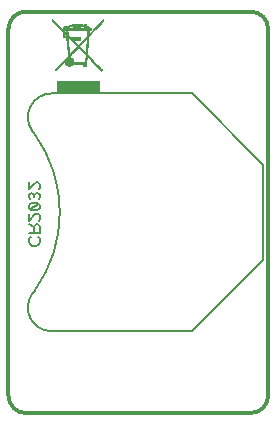
<source format=gbr>
G04 GENERATED BY PULSONIX 10.5 GERBER.DLL 7875A*
G04 #@! TF.GenerationSoftware,Pulsonix,Pulsonix,10.5.7875a*
G04 #@! TF.CreationDate,2019-10-01T10:17:35--1:00*
G04 #@! TF.Part,Single*
%FSLAX35Y35*%
%LPD*%
%MOMM*%
G04 #@! TF.FileFunction,Legend,Bot*
G04 #@! TF.FilePolarity,Positive*
%ADD99C,0.00001*%
G04 #@! TA.AperFunction,NonMaterial*
%ADD103C,0.20000*%
G04 #@! TA.AperFunction,Profile*
%ADD175C,0.30000*%
G04 #@! TD.AperFunction*
%ADD176C,0.20000*%
X0Y0D02*
D02*
D99*
X660801Y3575474D02*
Y3560825D01*
X673984Y3547275*
X686436Y3534092*
X698887Y3521641*
X710605Y3509556*
X721958Y3497837*
X732578Y3486851*
X743198Y3476230*
X753452Y3465977*
Y3464878*
Y3425693*
Y3424595*
X754551*
X780186*
X782017Y3407017*
X783848Y3389072*
X785679Y3370029*
X787510Y3350254*
X789341Y3329746*
X791172Y3308506*
X793003Y3286533*
X794834Y3263462*
X784946Y3253208*
X773960Y3241855*
X761875Y3229038*
X748691Y3215122*
X734409Y3200107*
X719028Y3183628*
X702183Y3166050*
X684604Y3147373*
X687900Y3144443*
X690464Y3142246*
X691929Y3141147*
X692661Y3140781*
X769199Y3219517*
Y3214023*
X769565Y3208530*
X770664Y3203403*
X772861Y3198643*
X775425Y3194248*
X779087Y3190586*
X783481Y3186924*
X788975Y3183994*
X794834Y3181064*
X801792*
X808384*
X811680Y3181431*
X815342Y3182163*
X818638Y3183628*
X821934Y3185459*
X825229Y3187656*
X828892Y3190586*
X832187Y3194248*
X835483Y3197910*
X922275*
Y3182163*
X922642Y3181431*
X923374Y3181064*
X942417*
X944248Y3181431*
X944614Y3182163*
Y3197910*
X946812Y3199375*
X948276Y3201572*
X949009Y3205601*
X949375Y3210361*
Y3211094*
Y3211826*
Y3212925*
Y3214756*
X949741Y3216587*
Y3218784*
X950107Y3221714*
X950474Y3224644*
Y3228306*
X950840Y3232334*
X951206Y3236362*
X951938Y3241123*
X952305Y3246250*
X952671Y3251377*
X953037Y3257236*
X953770Y3263462*
X1076450Y3138218*
X1076816Y3138950*
X1078281Y3140415*
X1080845Y3142979*
X1084507Y3146274*
X1079380Y3151401*
X1073887Y3157261*
X1068027Y3163120*
X1061802Y3169346*
X1055210Y3176304*
X1048252Y3183262*
X1040928Y3190952*
X1033237Y3198643*
X1025181Y3206699*
X1016758Y3215488*
X1007969Y3224277*
X998813Y3233799*
X988926Y3243320*
X979038Y3253574*
X968784Y3263828*
X958164Y3274814*
X956699Y3276279*
X955601Y3277378*
X955234Y3278477*
X954868Y3279209*
X956333Y3297520*
X957798Y3314731*
X959263Y3330845*
X960361Y3345493*
X961460Y3359409*
X962559Y3371860*
X963657Y3383213*
X964390Y3393101*
X965122Y3401890*
X965854Y3409946*
X966587Y3416172*
X966953Y3421665*
X967686Y3425693*
X968052Y3428623*
Y3430454*
X968418Y3431187*
X969150Y3431919*
X970615Y3433384*
X973179Y3435947*
X976841Y3439609*
X981235Y3444004*
X986362Y3449497*
X992588Y3455723*
X999912Y3463413*
X1007969Y3471470*
X1016758Y3480991*
X1026646Y3491245*
X1037632Y3502598*
X1049351Y3514683*
X1061802Y3527866*
X1075352Y3542148*
X1090000Y3557163*
Y3572910*
X1088901*
X969517Y3448032*
Y3450229*
X969883Y3453159*
Y3456455*
X970249Y3460850*
X970981Y3466343*
X971348Y3472202*
X972080Y3478794*
X972812Y3486484*
X987461*
X989292Y3486851*
X989658Y3488682*
Y3496372*
X989292Y3497471*
X987461*
X976108*
X969517Y3508823*
X964756Y3513218*
X960361Y3516880*
X955234Y3519810*
X950474Y3522373*
Y3529331*
X950107Y3530063*
X949375Y3530430*
X931064*
X930332Y3529697*
X929966Y3527866*
X919712Y3530063*
X910557Y3531528*
X902500Y3532261*
X896274Y3532627*
Y3534092*
X895908Y3535190*
X895542Y3535557*
X895176Y3535923*
X839878*
X839146Y3535557*
X838413Y3534824*
X838047Y3533359*
X837681Y3531528*
X829624Y3531162*
X821567Y3530063*
X813877Y3528232*
X806553Y3526035*
X799595Y3523105*
X792637Y3519443*
X786411Y3515049*
X780186Y3509922*
X778354Y3512852*
X775791Y3515049*
X772861Y3516514*
X769199Y3516880*
X766636*
X763706Y3516514*
X761143Y3515781*
X758945Y3514316*
X756748Y3512485*
X754917Y3510288*
X753452Y3507358*
X751987Y3503696*
X750889Y3500034*
X751255Y3496372*
X752354Y3493442*
X753818Y3490879*
X755649Y3488682*
X758579Y3486851*
X761875Y3485386*
X765537Y3484653*
X770298Y3484287*
X772861Y3483921*
X775791Y3484287*
Y3483921*
Y3482822*
X776157Y3481357*
Y3479160*
Y3476597*
X776523Y3473301*
Y3469272*
X776890Y3464878*
X770298*
X660801Y3575474*
X887119Y3527866D02*
Y3520176D01*
X846836*
Y3525669*
X847202Y3527500*
X849033Y3527866*
X887119*
X929966Y3515781D02*
Y3497471D01*
X786045*
X790439Y3502598*
X795200Y3506992*
X800693Y3510654*
X806553Y3513584*
X812778Y3516147*
X819370Y3517612*
X826694Y3518711*
X834385Y3519077*
X835483*
X837681Y3520176*
X838047Y3516147*
X838413Y3513218*
X839146Y3511753*
X839878Y3511021*
X895176*
X895908Y3511387*
X896274Y3512119*
Y3521274*
X897373*
X905063Y3520542*
X911655Y3519810*
X917148Y3518711*
X921909Y3517979*
X925571Y3517612*
X928135Y3516880*
X929600Y3516147*
X929966Y3515781*
X962925Y3497471D02*
X950474D01*
Y3508823*
X951572*
X955967Y3506626*
X959263Y3503696*
X961460Y3500767*
X962925Y3497471*
X960361Y3486484D02*
Y3479893D01*
X959995Y3473667*
X959629Y3467808*
X959263Y3462681*
X958896Y3457920*
X958530Y3453525*
X958164Y3449497*
X957798Y3445835*
X957432Y3442539*
X957065Y3439976*
X956699Y3437412*
X956333Y3435581*
X955967Y3434116*
X955601Y3433018*
X955234Y3432651*
X954868Y3432285*
X879429Y3353550*
X876133Y3356846*
X872471Y3360508*
X868076Y3365269*
X862949Y3370762*
X857090Y3376621*
X850498Y3383579*
X843174Y3391270*
X835483Y3399692*
X896274*
X897007Y3400059*
X897373Y3401890*
Y3420933*
X897007Y3422764*
X896274Y3423130*
X824131*
X823398Y3422764*
X823032Y3420933*
Y3412144*
X816074Y3418735*
X810215Y3424595*
X805088Y3429355*
X801060Y3433750*
X798130Y3437046*
X795566Y3439609*
X794468Y3441440*
X793735Y3442539*
Y3463779*
Y3464512*
X792637Y3464878*
X791172Y3465610*
X789341Y3465977*
X786045Y3486484*
X788242*
X960361*
X780186Y3436680D02*
Y3433384D01*
X761143*
Y3457187*
X762241*
X766636Y3453159*
X770298Y3449863*
X773228Y3446934*
X775791Y3444004*
X777622Y3441807*
X779087Y3439609*
X780186Y3438145*
Y3436680*
X793735Y3425693D02*
X794102Y3425327D01*
X794834Y3424229*
X796299Y3423130*
X797764Y3421665*
X799961Y3419468*
X802158Y3416904*
X805088Y3413975*
X808384Y3410679*
X812046Y3406650*
X816440Y3402622*
X820835Y3397861*
X825962Y3392734*
X831455Y3387241*
X837314Y3381382*
X843540Y3374790*
X850132Y3368198*
X872837Y3345493*
X805088Y3275913*
X803623Y3293125*
X802158Y3309604*
X800693Y3324985*
X799595Y3339268*
X798496Y3352085*
X797397Y3364170*
X796299Y3375156*
X795566Y3385044*
X794834Y3393833*
X794102Y3401523*
X793369Y3408115*
X793003Y3413608*
X792271Y3417637*
X791904Y3420933*
Y3423130*
X791538Y3424595*
X793735Y3425693*
X954868Y3415439D02*
X953770Y3400791D01*
X952305Y3387241*
X951572Y3374058*
X950474Y3362339*
X949375Y3351353*
X948643Y3341099*
X947910Y3331577*
X947178Y3323521*
X946812Y3315830*
X946079Y3309238*
X945713Y3303379*
X945347Y3298618*
X944980Y3294590*
Y3291660*
X944614Y3289463*
Y3287998*
X931064Y3301914*
X917148Y3316196*
X902866Y3330479*
X888584Y3345493*
X896641Y3353916*
X903965Y3361973*
X910923Y3369297*
X917515Y3376255*
X923374Y3382480*
X928867Y3387974*
X933994Y3393467*
X938389Y3397861*
X942051Y3401890*
X945347Y3405552*
X948276Y3408481*
X950840Y3411045*
X952671Y3412876*
X953770Y3414341*
X954502Y3415073*
X954868Y3415439*
X943516Y3274814D02*
X938022Y3209263D01*
X838779*
Y3209995*
X839146Y3211460*
X839512Y3213657*
X839878Y3216221*
X839512Y3222446*
X838047Y3228306*
X835850Y3233799*
X832554Y3238193*
X828159Y3242222*
X823032Y3245884*
X816807Y3248813*
X809482Y3251011*
X808750Y3251377*
X808018Y3252476*
X807651Y3254307*
X807285Y3256504*
Y3257603*
X807651Y3259067*
X808384Y3260532*
X809849Y3262729*
X811680Y3264927*
X813877Y3267856*
X816807Y3270786*
X820103Y3274082*
X824131Y3278110*
X831089Y3285068*
X837314Y3291660*
X843174Y3297886*
X848301Y3303745*
X853428Y3308872*
X858188Y3313633*
X862217Y3318027*
X865879Y3322056*
X869175Y3325352*
X872104Y3328281*
X874668Y3330845*
X876499Y3333042*
X878330Y3334507*
X879429Y3335605*
X880161Y3336338*
X880527Y3336704*
X943516Y3274814*
X823032Y3215122D02*
X822666Y3211460D01*
X821934Y3208164*
X820103Y3205601*
X817905Y3203037*
X815342Y3201206*
X811680Y3199375*
X807651Y3197910*
X802891Y3196812*
X798862Y3197910*
X795566Y3199375*
X792637Y3200840*
X790073Y3202671*
X788242Y3205234*
X787144Y3207798*
X786045Y3210728*
Y3214023*
Y3218418*
Y3221714*
X787144Y3224644*
X788608Y3227207*
X790439Y3229404*
X793003Y3231235*
X795933Y3233066*
X799595Y3234165*
X803989Y3235264*
X808018Y3234897*
X811680Y3233799*
X814609Y3232334*
X817173Y3230137*
X819370Y3227207*
X821201Y3223911*
X822300Y3219883*
X823032Y3215122*
X684604Y3147373D02*
G36*
X687900Y3144443D01*
X690464Y3142246*
X691929Y3141147*
X692661Y3140781*
X765817Y3216038*
X749559*
X748691Y3215122*
X734409Y3200107*
X719028Y3183628*
X702183Y3166050*
X684604Y3147373*
G37*
X769199Y3216038D02*
G36*
Y3214023D01*
X769565Y3208530*
X770664Y3203403*
X772861Y3198643*
X775425Y3194248*
X779087Y3190586*
X783481Y3186924*
X788975Y3183994*
X794834Y3181064*
X801792*
X808384*
X811680Y3181431*
X815342Y3182163*
X818638Y3183628*
X821934Y3185459*
X825229Y3187656*
X828892Y3190586*
X832187Y3194248*
X835483Y3197910*
X922275*
Y3182163*
X922642Y3181431*
X923374Y3181064*
X942417*
X944248Y3181431*
X944614Y3182163*
Y3197910*
X946812Y3199375*
X948276Y3201572*
X949009Y3205601*
X949375Y3210361*
Y3211094*
Y3211826*
Y3212925*
Y3214756*
X949631Y3216038*
X938590*
X938022Y3209263*
X838779*
Y3209995*
X839146Y3211460*
X839512Y3213657*
X839852Y3216038*
X822891*
X823032Y3215122*
X822666Y3211460*
X821934Y3208164*
X820103Y3205601*
X817905Y3203037*
X815342Y3201206*
X811680Y3199375*
X807651Y3197910*
X802891Y3196812*
X798862Y3197910*
X795566Y3199375*
X792637Y3200840*
X790073Y3202671*
X788242Y3205234*
X787144Y3207798*
X786045Y3210728*
Y3214023*
Y3216038*
X769199*
G37*
X1016208D02*
G36*
X1000223D01*
X1076450Y3138218*
X1076816Y3138950*
X1078281Y3140415*
X1080845Y3142979*
X1084507Y3146274*
X1079380Y3151401*
X1073887Y3157261*
X1068027Y3163120*
X1061802Y3169346*
X1055210Y3176304*
X1048252Y3183262*
X1040928Y3190952*
X1033237Y3198643*
X1025181Y3206699*
X1016758Y3215488*
X1016208Y3216038*
G37*
X761875Y3229038D02*
G36*
X749559Y3216038D01*
X765817*
X769199Y3219517*
Y3216038*
X786045*
Y3218418*
Y3221714*
X787144Y3224644*
X788608Y3227207*
X790439Y3229404*
X793003Y3231235*
X795933Y3233066*
X799595Y3234165*
X803989Y3235264*
X808018Y3234897*
X811680Y3233799*
X814609Y3232334*
X817173Y3230137*
X819370Y3227207*
X821201Y3223911*
X822300Y3219883*
X822891Y3216038*
X839852*
X839878Y3216221*
X839512Y3222446*
X838047Y3228306*
X835850Y3233799*
X832554Y3238193*
X828159Y3242222*
X823032Y3245884*
X816807Y3248813*
X809482Y3251011*
X808750Y3251377*
X808018Y3252476*
X807651Y3254307*
X807285Y3256504*
Y3257603*
X807651Y3259067*
X808384Y3260532*
X809849Y3262729*
X811680Y3264927*
X813877Y3267856*
X816807Y3270786*
X819004Y3272983*
X794078*
X794834Y3263462*
X784946Y3253208*
X773960Y3241855*
X761875Y3229038*
G37*
X943363Y3272983D02*
G36*
X938590Y3216038D01*
X949631*
X949741Y3216587*
Y3218784*
X950107Y3221714*
X950474Y3224644*
Y3228306*
X950840Y3232334*
X951206Y3236362*
X951938Y3241123*
X952305Y3246250*
X952671Y3251377*
X953037Y3257236*
X953770Y3263462*
X1000223Y3216038*
X1016208*
X1007969Y3224277*
X998813Y3233799*
X988926Y3243320*
X979038Y3253574*
X968784Y3263828*
X959934Y3272983*
X943363*
G37*
X787374Y3351718D02*
G36*
X787510Y3350254D01*
X789341Y3329746*
X791172Y3308506*
X793003Y3286533*
X794078Y3272983*
X819004*
X820103Y3274082*
X824131Y3278110*
X831089Y3285068*
X837314Y3291660*
X843174Y3297886*
X848301Y3303745*
X853428Y3308872*
X858188Y3313633*
X862217Y3318027*
X865879Y3322056*
X869175Y3325352*
X872104Y3328281*
X874668Y3330845*
X876499Y3333042*
X878330Y3334507*
X879429Y3335605*
X880161Y3336338*
X880527Y3336704*
X943516Y3274814*
X943363Y3272983*
X959934*
X958164Y3274814*
X956699Y3276279*
X955601Y3277378*
X955234Y3278477*
X954868Y3279209*
X956333Y3297520*
X957798Y3314731*
X959263Y3330845*
X960361Y3345493*
X960853Y3351718*
X949412*
X949375Y3351353*
X948643Y3341099*
X947910Y3331577*
X947178Y3323521*
X946812Y3315830*
X946079Y3309238*
X945713Y3303379*
X945347Y3298618*
X944980Y3294590*
Y3291660*
X944614Y3289463*
Y3287998*
X931064Y3301914*
X917148Y3316196*
X902866Y3330479*
X888584Y3345493*
X894539Y3351718*
X866612*
X872837Y3345493*
X805088Y3275913*
X803623Y3293125*
X802158Y3309604*
X800693Y3324985*
X799595Y3339268*
X798527Y3351718*
X787374*
G37*
X780663Y3420017D02*
G36*
X782017Y3407017D01*
X783848Y3389072*
X785679Y3370029*
X787374Y3351718*
X798527*
X798496Y3352085*
X797397Y3364170*
X796299Y3375156*
X795566Y3385044*
X794834Y3393833*
X794102Y3401523*
X793369Y3408115*
X793003Y3413608*
X792271Y3417637*
X792006Y3420017*
X780663*
G37*
X799412D02*
G36*
X799961Y3419468D01*
X802158Y3416904*
X805088Y3413975*
X808384Y3410679*
X812046Y3406650*
X816440Y3402622*
X820835Y3397861*
X825962Y3392734*
X831455Y3387241*
X837314Y3381382*
X843540Y3374790*
X850132Y3368198*
X866612Y3351718*
X894539*
X896641Y3353916*
X903965Y3361973*
X910923Y3369297*
X917515Y3376255*
X923374Y3382480*
X928867Y3387974*
X933994Y3393467*
X938389Y3397861*
X942051Y3401890*
X945347Y3405552*
X948276Y3408481*
X950840Y3411045*
X952671Y3412876*
X953770Y3414341*
X954502Y3415073*
X954868Y3415439*
X953770Y3400791*
X952305Y3387241*
X951572Y3374058*
X950474Y3362339*
X949412Y3351718*
X960853*
X961460Y3359409*
X962559Y3371860*
X963657Y3383213*
X964390Y3393101*
X965122Y3401890*
X965854Y3409946*
X966587Y3416172*
X966843Y3420017*
X943114*
X879429Y3353550*
X876133Y3356846*
X872471Y3360508*
X868076Y3365269*
X862949Y3370762*
X857090Y3376621*
X850498Y3383579*
X843174Y3391270*
X835483Y3399692*
X896274*
X897007Y3400059*
X897373Y3401890*
Y3420017*
X823032*
Y3412144*
X816074Y3418735*
X814792Y3420017*
X799412*
G37*
X753452Y3425693D02*
G36*
Y3424595D01*
X754551*
X780186*
X780663Y3420017*
X792006*
X791904Y3420933*
Y3423130*
X791538Y3424595*
X793735Y3425693*
X794102Y3425327*
X794834Y3424229*
X796299Y3423130*
X797764Y3421665*
X799412Y3420017*
X814792*
X810215Y3424595*
X805088Y3429355*
X801060Y3433750*
X798130Y3437046*
X795566Y3439609*
X794468Y3441440*
X793735Y3442539*
Y3445285*
X774670*
X775791Y3444004*
X777622Y3441807*
X779087Y3439609*
X780186Y3438145*
Y3436680*
Y3433384*
X761143*
Y3445285*
X753452*
Y3425693*
G37*
X823032Y3420933D02*
G36*
Y3420017D01*
X897373*
Y3420933*
X897007Y3422764*
X896274Y3423130*
X824131*
X823398Y3422764*
X823032Y3420933*
G37*
X954868Y3432285D02*
G36*
X943114Y3420017D01*
X966843*
X966953Y3421665*
X967686Y3425693*
X968052Y3428623*
Y3430454*
X968418Y3431187*
X969150Y3431919*
X970615Y3433384*
X973179Y3435947*
X976841Y3439609*
X981235Y3444004*
X982431Y3445285*
X957737*
X957432Y3442539*
X957065Y3439976*
X956699Y3437412*
X956333Y3435581*
X955967Y3434116*
X955601Y3433018*
X955234Y3432651*
X954868Y3432285*
G37*
X716814Y3503147D02*
G36*
X721958Y3497837D01*
X732578Y3486851*
X743198Y3476230*
X753452Y3465977*
Y3464878*
Y3445285*
X761143*
Y3457187*
X762241*
X766636Y3453159*
X770298Y3449863*
X773228Y3446934*
X774670Y3445285*
X793735*
Y3463779*
Y3464512*
X792637Y3464878*
X791172Y3465610*
X789341Y3465977*
X786045Y3486484*
X788242*
X960361*
Y3479893*
X959995Y3473667*
X959629Y3467808*
X959263Y3462681*
X958896Y3457920*
X958530Y3453525*
X958164Y3449497*
X957798Y3445835*
X957737Y3445285*
X982431*
X986362Y3449497*
X992588Y3455723*
X999912Y3463413*
X1007969Y3471470*
X1016758Y3480991*
X1026646Y3491245*
X1037632Y3502598*
X1038164Y3503147*
X1022207*
X969517Y3448032*
Y3450229*
X969883Y3453159*
Y3456455*
X970249Y3460850*
X970981Y3466343*
X971348Y3472202*
X972080Y3478794*
X972812Y3486484*
X987461*
X989292Y3486851*
X989658Y3488682*
Y3496372*
X989292Y3497471*
X987461*
X976108*
X972813Y3503147*
X959675*
X961460Y3500767*
X962925Y3497471*
X950474*
Y3503147*
X929966*
Y3497471*
X786045*
X790439Y3502598*
X791034Y3503147*
X751822*
X750889Y3500034*
X751255Y3496372*
X752354Y3493442*
X753818Y3490879*
X755649Y3488682*
X758579Y3486851*
X761875Y3485386*
X765537Y3484653*
X770298Y3484287*
X772861Y3483921*
X775791Y3484287*
Y3483921*
Y3482822*
X776157Y3481357*
Y3479160*
Y3476597*
X776523Y3473301*
Y3469272*
X776890Y3464878*
X770298*
X732409Y3503147*
X716814*
G37*
X710783Y3509372D02*
G36*
X716814Y3503147D01*
X732409*
X726246Y3509372*
X710783*
G37*
X751987Y3503696D02*
G36*
X751822Y3503147D01*
X791034*
X795200Y3506992*
X798770Y3509372*
X754459*
X753452Y3507358*
X751987Y3503696*
G37*
X929966Y3509372D02*
G36*
Y3503147D01*
X950474*
Y3508823*
X951572*
X955967Y3506626*
X959263Y3503696*
X959675Y3503147*
X972813*
X969517Y3508823*
X968922Y3509372*
X929966*
G37*
X1028158D02*
G36*
X1022207Y3503147D01*
X1038164*
X1044201Y3509372*
X1028158*
G37*
X696507Y3524021D02*
G36*
X698887Y3521641D01*
X710605Y3509556*
X710783Y3509372*
X726246*
X711743Y3524021*
X696507*
G37*
X754917Y3510288D02*
G36*
X754459Y3509372D01*
X798770*
X800693Y3510654*
X806553Y3513584*
X812778Y3516147*
X819370Y3517612*
X826694Y3518711*
X834385Y3519077*
X835483*
X837681Y3520176*
X838047Y3516147*
X838413Y3513218*
X839146Y3511753*
X839878Y3511021*
X895176*
X895908Y3511387*
X896274Y3512119*
Y3521274*
X897373*
X905063Y3520542*
X911655Y3519810*
X917148Y3518711*
X921909Y3517979*
X925571Y3517612*
X928135Y3516880*
X929600Y3516147*
X929966Y3515781*
Y3509372*
X968922*
X964756Y3513218*
X960361Y3516880*
X955234Y3519810*
X950474Y3522373*
Y3524021*
X887119*
Y3520176*
X846836*
Y3524021*
X801770*
X799595Y3523105*
X792637Y3519443*
X786411Y3515049*
X780186Y3509922*
X778354Y3512852*
X775791Y3515049*
X772861Y3516514*
X769199Y3516880*
X766636*
X763706Y3516514*
X761143Y3515781*
X758945Y3514316*
X756748Y3512485*
X754917Y3510288*
G37*
X1042163Y3524021D02*
G36*
X1028158Y3509372D01*
X1044201*
X1049351Y3514683*
X1058170Y3524021*
X1042163*
G37*
X660801Y3575474D02*
G36*
Y3560825D01*
X673984Y3547275*
X686436Y3534092*
X696507Y3524021*
X711743*
X660801Y3575474*
G37*
X806553Y3526035D02*
G36*
X801770Y3524021D01*
X846836*
Y3525669*
X847202Y3527500*
X849033Y3527866*
X887119*
Y3524021*
X950474*
Y3529331*
X950107Y3530063*
X949375Y3530430*
X931064*
X930332Y3529697*
X929966Y3527866*
X919712Y3530063*
X910557Y3531528*
X902500Y3532261*
X896274Y3532627*
Y3534092*
X895908Y3535190*
X895542Y3535557*
X895176Y3535923*
X839878*
X839146Y3535557*
X838413Y3534824*
X838047Y3533359*
X837681Y3531528*
X829624Y3531162*
X821567Y3530063*
X813877Y3528232*
X806553Y3526035*
G37*
X1042163Y3524021D02*
G36*
X1058170D01*
X1061802Y3527866*
X1075352Y3542148*
X1090000Y3557163*
Y3572910*
X1088901*
X1042163Y3524021*
G37*
X805088Y3227207D02*
X802891D01*
X798862Y3226475*
X795566Y3224644*
X793003Y3220981*
X791538Y3216221*
X792271Y3213291*
X793003Y3210728*
X794102Y3208530*
X795566Y3206699*
X797031Y3205601*
X798862Y3204502*
X800693Y3203770*
X802891*
X805088*
X809849Y3205601*
X813511Y3207798*
X815708Y3210728*
X816440Y3214023*
Y3217319*
X814243Y3221714*
X811680Y3224644*
X808750Y3226841*
X805088Y3227207*
G36*
X802891*
X798862Y3226475*
X795566Y3224644*
X793003Y3220981*
X791538Y3216221*
X792271Y3213291*
X793003Y3210728*
X794102Y3208530*
X795566Y3206699*
X797031Y3205601*
X798862Y3204502*
X800693Y3203770*
X802891*
X805088*
X809849Y3205601*
X813511Y3207798*
X815708Y3210728*
X816440Y3214023*
Y3217319*
X814243Y3221714*
X811680Y3224644*
X808750Y3226841*
X805088Y3227207*
G37*
X1054111Y3051792D02*
X700352D01*
X699619Y3051426*
X699253Y3050693*
Y2966099*
X699619Y2965366*
X700352Y2965000*
X1054111*
X1055576Y2965366*
X1056309Y2966099*
Y3050693*
X1055210Y3051426*
X1054111Y3051792*
G36*
X700352*
X699619Y3051426*
X699253Y3050693*
Y2966099*
X699619Y2965366*
X700352Y2965000*
X1054111*
X1055576Y2965366*
X1056309Y2966099*
Y3050693*
X1055210Y3051426*
X1054111Y3051792*
G37*
D02*
D103*
X1843142Y934000D02*
X655000D01*
G75*
G02X492365Y1250404J200000*
G01*
G75*
G03X498793Y1258898I-902381J689574*
G01*
G75*
G02X513579Y1275421I156202J-124904*
G01*
X512048Y1276952*
G75*
G03Y2603048I-922048J663048*
G01*
X513579Y2604579*
G75*
G02X498793Y2621102I141416J141427*
G01*
G75*
G03X492365Y2629596I-908809J-681080*
G01*
G75*
G02X655000Y2946000I162635J116404*
G01*
X1843142*
X2445000Y2344142*
Y1535858*
X1843142Y934000*
D02*
D175*
X440000Y3640000D02*
X2340000D01*
G75*
G02X2490000Y3490000J-150000*
G01*
Y390000*
G75*
G02X2340000Y240000I-150000*
G01*
X440000*
G75*
G02X290000Y390000J150000*
G01*
Y3490000*
G75*
G02X440000Y3640000I150000*
G01*
D02*
D176*
X478235Y1734371D02*
X470588Y1726724D01*
X462941Y1711429*
Y1688488*
X470588Y1673194*
X478235Y1665547*
X493529Y1657900*
X524118*
X539412Y1665547*
X547059Y1673194*
X554706Y1688488*
Y1711429*
X547059Y1726724*
X539412Y1734371*
X462941Y1763200D02*
X554706Y1763200D01*
Y1816729*
X547059Y1832024*
X531765Y1839671*
X516471Y1832024*
X508824Y1816729*
Y1763200*
Y1816729D02*
X462941Y1839671D01*
Y1929676D02*
X462941Y1868500D01*
X516471Y1922029*
X531765Y1929676*
X547059Y1922029*
X554706Y1906735*
Y1883794*
X547059Y1868500*
X470588Y1964547D02*
X462941Y1979841D01*
Y1995135*
X470588Y2010429*
X485882Y2018076*
X531765*
X547059Y2010429*
X554706Y1995135*
Y1979841*
X547059Y1964547*
X531765Y1956900*
X485882*
X470588Y1964547*
X547059Y2010429*
X470588Y2052947D02*
X462941Y2068241D01*
Y2083535*
X470588Y2098829*
X485882Y2106476*
X501176Y2098829*
X508824Y2083535*
Y2068241*
Y2083535D02*
X516471Y2098829D01*
X531765Y2106476*
X547059Y2098829*
X554706Y2083535*
Y2068241*
X547059Y2052947*
X462941Y2194876D02*
X462941Y2133700D01*
X516471Y2187229*
X531765Y2194876*
X547059Y2187229*
X554706Y2171935*
Y2148994*
X547059Y2133700*
X0Y0D02*
M02*

</source>
